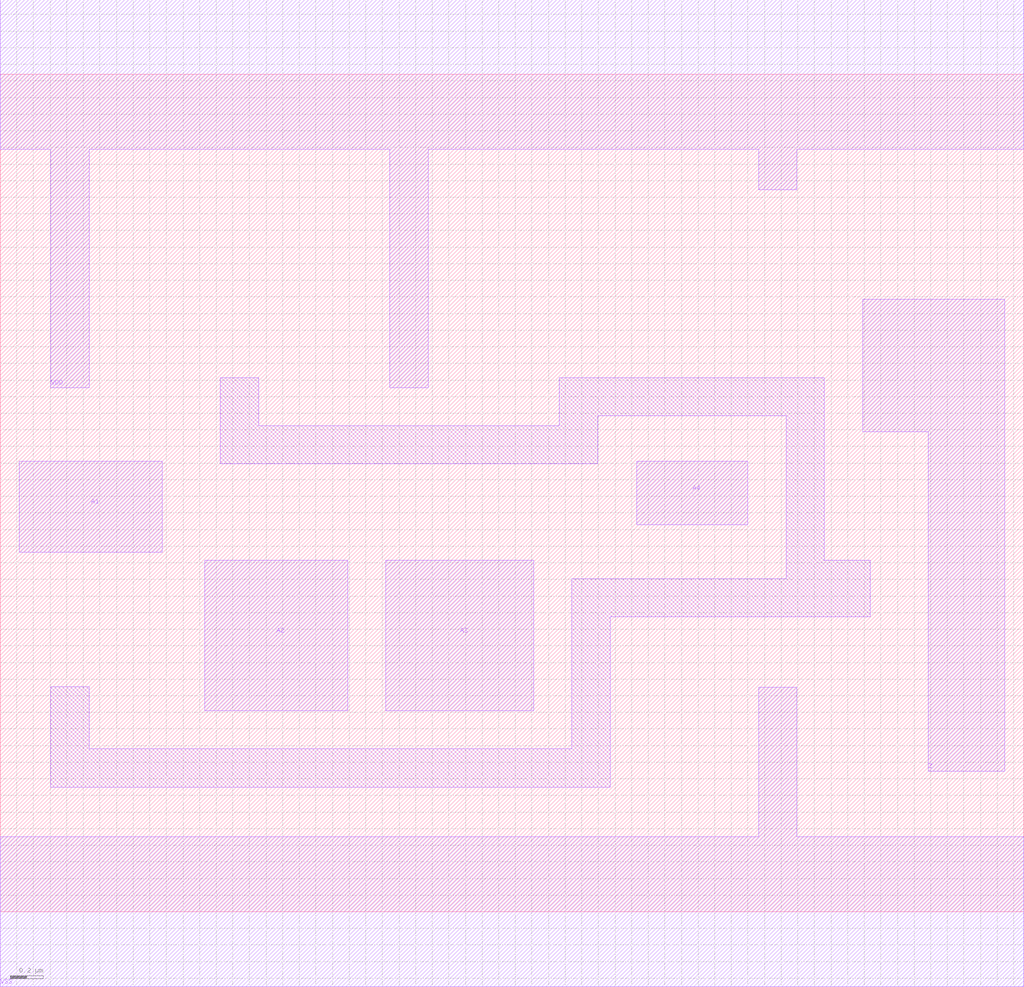
<source format=lef>
# Copyright 2022 GlobalFoundries PDK Authors
#
# Licensed under the Apache License, Version 2.0 (the "License");
# you may not use this file except in compliance with the License.
# You may obtain a copy of the License at
#
#      http://www.apache.org/licenses/LICENSE-2.0
#
# Unless required by applicable law or agreed to in writing, software
# distributed under the License is distributed on an "AS IS" BASIS,
# WITHOUT WARRANTIES OR CONDITIONS OF ANY KIND, either express or implied.
# See the License for the specific language governing permissions and
# limitations under the License.

MACRO gf180mcu_fd_sc_mcu9t5v0__and4_1
  CLASS core ;
  FOREIGN gf180mcu_fd_sc_mcu9t5v0__and4_1 0.0 0.0 ;
  ORIGIN 0 0 ;
  SYMMETRY X Y ;
  SITE GF018hv5v_green_sc9 ;
  SIZE 6.16 BY 5.04 ;
  PIN A1
    DIRECTION INPUT ;
    ANTENNAGATEAREA 0.716 ;
    PORT
      LAYER METAL1 ;
        POLYGON 0.115 2.165 0.975 2.165 0.975 2.71 0.115 2.71  ;
    END
  END A1
  PIN A2
    DIRECTION INPUT ;
    ANTENNAGATEAREA 0.716 ;
    PORT
      LAYER METAL1 ;
        POLYGON 1.23 1.21 2.09 1.21 2.09 2.115 1.23 2.115  ;
    END
  END A2
  PIN A3
    DIRECTION INPUT ;
    ANTENNAGATEAREA 0.716 ;
    PORT
      LAYER METAL1 ;
        POLYGON 2.32 1.21 3.21 1.21 3.21 2.115 2.32 2.115  ;
    END
  END A3
  PIN A4
    DIRECTION INPUT ;
    ANTENNAGATEAREA 0.716 ;
    PORT
      LAYER METAL1 ;
        POLYGON 3.83 2.33 4.5 2.33 4.5 2.71 3.83 2.71  ;
    END
  END A4
  PIN Z
    DIRECTION OUTPUT ;
    ANTENNADIFFAREA 1.386 ;
    PORT
      LAYER METAL1 ;
        POLYGON 5.19 2.89 5.235 2.89 5.585 2.89 5.585 0.845 6.045 0.845 6.045 3.685 5.235 3.685 5.19 3.685  ;
    END
  END Z
  PIN VDD
    DIRECTION INOUT ;
    USE power ;
    SHAPE ABUTMENT ;
    PORT
      LAYER METAL1 ;
        POLYGON 0 4.59 0.305 4.59 0.305 3.155 0.535 3.155 0.535 4.59 2.345 4.59 2.345 3.155 2.575 3.155 2.575 4.59 4.565 4.59 4.565 4.345 4.795 4.345 4.795 4.59 5.235 4.59 6.16 4.59 6.16 5.49 5.235 5.49 0 5.49  ;
    END
  END VDD
  PIN VSS
    DIRECTION INOUT ;
    USE ground ;
    SHAPE ABUTMENT ;
    PORT
      LAYER METAL1 ;
        POLYGON 0 -0.45 6.16 -0.45 6.16 0.45 4.795 0.45 4.795 1.35 4.565 1.35 4.565 0.45 0 0.45  ;
    END
  END VSS
  OBS
      LAYER METAL1 ;
        POLYGON 1.325 2.695 3.595 2.695 3.595 2.985 4.73 2.985 4.73 2.005 3.44 2.005 3.44 0.98 0.535 0.98 0.535 1.355 0.305 1.355 0.305 0.75 3.67 0.75 3.67 1.775 5.235 1.775 5.235 2.115 4.96 2.115 4.96 3.215 3.365 3.215 3.365 2.925 1.555 2.925 1.555 3.215 1.325 3.215  ;
  END
END gf180mcu_fd_sc_mcu9t5v0__and4_1

</source>
